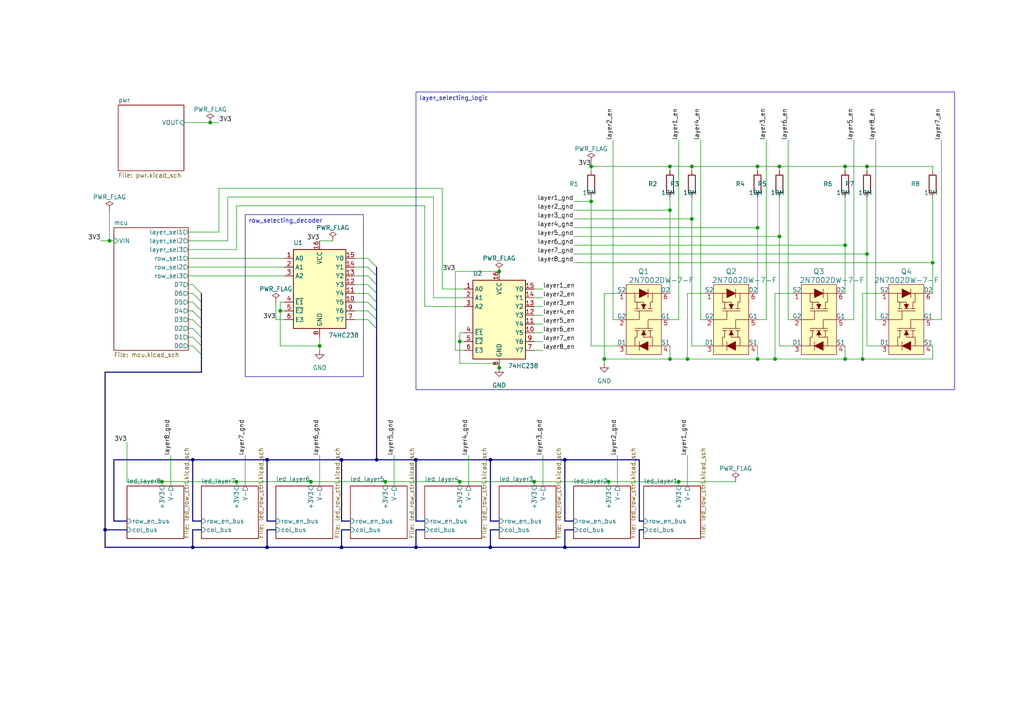
<source format=kicad_sch>
(kicad_sch (version 20230121) (generator eeschema)
  (paper "A4")
  (lib_symbols
    (symbol "74xx:74HC238"
      (property "Reference" "U" (at -7.62 13.97 0))
      (property "Value" "74HC238" (at 2.54 -11.43 0))
      (symbol "74HC238_0_1"
        (rectangle (start -7.62 12.7) (end 7.62 -10.16) (stroke (width 0.254)) (fill (type background)))
      )
      (symbol "74HC238_1_1"
        (pin input line (at -10.16 10.16 0) (length 2.54) (name "A0") (number "1"))
        (pin output line (at 10.16 -2.54 180) (length 2.54) (name "Y5") (number "10"))
        (pin output line (at 10.16 0 180) (length 2.54) (name "Y4") (number "11"))
        (pin output line (at 10.16 2.54 180) (length 2.54) (name "Y3") (number "12"))
        (pin output line (at 10.16 5.08 180) (length 2.54) (name "Y2") (number "13"))
        (pin output line (at 10.16 7.62 180) (length 2.54) (name "Y1") (number "14"))
        (pin output line (at 10.16 10.16 180) (length 2.54) (name "Y0") (number "15"))
        (pin power_in line (at 0 15.24 270) (length 2.54) (name "VCC") (number "16"))
        (pin input line (at -10.16 7.62 0) (length 2.54) (name "A1") (number "2"))
        (pin input line (at -10.16 5.08 0) (length 2.54) (name "A2") (number "3"))
        (pin input line (at -10.16 -2.54 0) (length 2.54) (name "~{E1}") (number "4"))
        (pin input line (at -10.16 -5.08 0) (length 2.54) (name "~{E2}") (number "5"))
        (pin input line (at -10.16 -7.62 0) (length 2.54) (name "E3") (number "6"))
        (pin output line (at 10.16 -7.62 180) (length 2.54) (name "Y7") (number "7"))
        (pin power_in line (at 0 -12.7 90) (length 2.54) (name "GND") (number "8"))
        (pin output line (at 10.16 -5.08 180) (length 2.54) (name "Y6") (number "9"))
      )
    )
    (symbol "Device:R" (pin_numbers hide) (pin_names (offset 0))
      (property "Reference" "R" (at 2.032 0 90))
      (property "Value" "R" (at 0 0 90))
      (symbol "R_0_1"
        (rectangle (start -1.016 -2.54) (end 1.016 2.54) (stroke (width 0.254)))
      )
      (symbol "R_1_1"
        (pin passive line (at 0 3.81 270) (length 1.27) (name "~") (number "1"))
        (pin passive line (at 0 -3.81 90) (length 1.27) (name "~") (number "2"))
      )
    )
    (symbol "dk_Transistors-FETs-MOSFETs-Arrays:2N7002DW-7-F" (pin_names (offset 0))
      (property "Reference" "Q" (at -7.62 10.16 0))
      (property "Value" "2N7002DW-7-F" (at -5.08 -15.24 0))
      (symbol "2N7002DW-7-F_0_1"
        (rectangle (start -5.08 7.62) (end 5.08 -12.7) (fill (type background)))
        (polyline (pts (xy -5.08 -10.16) (xy -1.27 -10.16)))
        (polyline (pts (xy -2.54 0) (xy 2.54 0)))
        (polyline (pts (xy -1.27 -11.43) (xy -1.27 -8.89)))
        (polyline (pts (xy -1.27 -5.715) (xy -2.54 -5.715)))
        (polyline (pts (xy -1.27 0.635) (xy -2.54 0.635)))
        (polyline (pts (xy -1.27 5.08) (xy -5.08 5.08)))
        (polyline (pts (xy -0.635 0.635) (xy 0.635 0.635)))
        (polyline (pts (xy 0.635 -5.715) (xy -0.635 -5.715)))
        (polyline (pts (xy 1.27 -10.16) (xy 5.08 -10.16)))
        (polyline (pts (xy 1.27 -5.715) (xy 2.54 -5.715)))
        (polyline (pts (xy 1.27 0.635) (xy 2.54 0.635)))
        (polyline (pts (xy 1.27 6.35) (xy 1.27 3.81)))
        (polyline (pts (xy 2.54 -5.08) (xy -2.54 -5.08)))
        (polyline (pts (xy 5.08 5.08) (xy 1.27 5.08)))
        (polyline (pts (xy -5.08 -2.54) (xy -1.27 -2.54) (xy -1.27 0)))
        (polyline (pts (xy -1.905 2.54) (xy -2.54 2.54) (xy -2.54 5.08)))
        (polyline (pts (xy 1.905 -7.62) (xy 2.54 -7.62) (xy 2.54 -10.16)))
        (polyline (pts (xy 5.08 -2.54) (xy 1.27 -2.54) (xy 1.27 -5.08)))
        (polyline (pts (xy -1.905 -5.715) (xy -1.905 -7.62) (xy -2.54 -7.62) (xy -2.54 -10.16)))
        (polyline (pts (xy -1.27 6.35) (xy -1.27 3.81) (xy 1.27 5.08) (xy -1.27 6.35)) (fill (type outline)))
        (polyline (pts (xy -0.635 1.905) (xy 0 0.635) (xy 0.635 1.905) (xy -0.635 1.905)) (fill (type outline)))
        (polyline (pts (xy 0 -6.985) (xy 0 -7.62) (xy 1.905 -7.62) (xy 1.905 -5.715)))
        (polyline (pts (xy 0 1.905) (xy 0 2.54) (xy -1.905 2.54) (xy -1.905 0.635)))
        (polyline (pts (xy 0.635 -6.985) (xy 0 -5.715) (xy -0.635 -6.985) (xy 0.635 -6.985)) (fill (type outline)))
        (polyline (pts (xy 1.27 -11.43) (xy 1.27 -8.89) (xy -1.27 -10.16) (xy 1.27 -11.43)) (fill (type outline)))
        (polyline (pts (xy 1.905 0.635) (xy 1.905 2.54) (xy 2.54 2.54) (xy 2.54 5.08)))
      )
      (symbol "2N7002DW-7-F_1_1"
        (pin input line (at -7.62 5.08 0) (length 2.54) (name "S2") (number "1"))
        (pin input line (at -7.62 -2.54 0) (length 2.54) (name "G2") (number "2"))
        (pin output line (at -7.62 -10.16 0) (length 2.54) (name "D1") (number "3"))
        (pin input line (at 7.62 -10.16 180) (length 2.54) (name "S1") (number "4"))
        (pin input line (at 7.62 -2.54 180) (length 2.54) (name "G1") (number "5"))
        (pin output line (at 7.62 5.08 180) (length 2.54) (name "D2") (number "6"))
      )
    )
    (symbol "power:GND" (power) (pin_names (offset 0))
      (property "Value" "GND" (at 0 -3.81 0))
      (symbol "GND_0_1"
        (polyline (pts (xy 0 0) (xy 0 -1.27) (xy 1.27 -1.27) (xy 0 -2.54) (xy -1.27 -1.27) (xy 0 -1.27)))
      )
      (symbol "GND_1_1"
        (pin power_in line (at 0 0 270) (length 0) hide (name "GND") (number "1"))
      )
    )
    (symbol "power:PWR_FLAG" (power) (pin_numbers hide) (pin_names (offset 0) hide)
      (property "Value" "PWR_FLAG" (at 0 3.81 0))
      (symbol "PWR_FLAG_0_0"
        (pin power_out line (at 0 0 90) (length 0) (name "pwr") (number "1"))
      )
      (symbol "PWR_FLAG_0_1"
        (polyline (pts (xy 0 0) (xy 0 1.27) (xy -1.016 1.905) (xy 0 2.54) (xy 1.016 1.905) (xy 0 1.27)))
      )
    )
  )
  (junction (at 92.71 100.33))
  (junction (at 226.06 48.26))
  (junction (at 219.71 104.14))
  (junction (at 163.83 158.75))
  (junction (at 31.75 69.85))
  (junction (at 68.58 139.7))
  (junction (at 245.11 104.14))
  (junction (at 196.85 139.7))
  (junction (at 194.31 60.96))
  (junction (at 224.79 104.14))
  (junction (at 55.88 133.35))
  (junction (at 154.94 139.7))
  (junction (at 144.78 78.74))
  (junction (at 251.46 73.66))
  (junction (at 194.31 104.14))
  (junction (at 60.96 35.56))
  (junction (at 219.71 48.26))
  (junction (at 133.35 99.06))
  (junction (at 90.17 139.7))
  (junction (at 163.83 133.35))
  (junction (at 109.22 133.35))
  (junction (at 142.24 133.35))
  (junction (at 226.06 68.58))
  (junction (at 250.19 104.14))
  (junction (at 120.65 158.75))
  (junction (at 194.31 48.26))
  (junction (at 77.47 158.75))
  (junction (at 175.26 104.14))
  (junction (at 171.45 58.42))
  (junction (at 99.06 158.75))
  (junction (at 46.99 139.7))
  (junction (at 133.35 139.7))
  (junction (at 142.24 158.75))
  (junction (at 219.71 66.04))
  (junction (at 270.51 76.2))
  (junction (at 251.46 48.26))
  (junction (at 111.76 139.7))
  (junction (at 171.45 48.26))
  (junction (at 176.53 139.7))
  (junction (at 77.47 133.35))
  (junction (at 55.88 158.75))
  (junction (at 245.11 71.12))
  (junction (at 120.65 133.35))
  (junction (at 144.78 106.68))
  (junction (at 30.48 153.67))
  (junction (at 81.28 90.17))
  (junction (at 99.06 133.35))
  (junction (at 200.66 63.5))
  (junction (at 245.11 48.26))
  (junction (at 199.39 104.14))
  (junction (at 200.66 48.26))
  (bus_entry (at 106.68 77.47) (size 2.54 2.54))
  (bus_entry (at 55.88 97.79) (size 2.54 2.54))
  (bus_entry (at 55.88 85.09) (size 2.54 2.54))
  (bus_entry (at 55.88 87.63) (size 2.54 2.54))
  (bus_entry (at 55.88 82.55) (size 2.54 2.54))
  (bus_entry (at 55.88 90.17) (size 2.54 2.54))
  (bus_entry (at 55.88 100.33) (size 2.54 2.54))
  (bus_entry (at 106.68 74.93) (size 2.54 2.54))
  (bus_entry (at 55.88 95.25) (size 2.54 2.54))
  (bus_entry (at 106.68 92.71) (size 2.54 2.54))
  (bus_entry (at 106.68 85.09) (size 2.54 2.54))
  (bus_entry (at 106.68 82.55) (size 2.54 2.54))
  (bus_entry (at 55.88 92.71) (size 2.54 2.54))
  (bus_entry (at 106.68 87.63) (size 2.54 2.54))
  (bus_entry (at 106.68 90.17) (size 2.54 2.54))
  (bus_entry (at 106.68 80.01) (size 2.54 2.54))
  (wire (pts (xy 133.35 99.06) (xy 134.62 99.06)))
  (bus (pts (xy 142.24 153.67) (xy 144.78 153.67)))
  (bus (pts (xy 30.48 153.67) (xy 36.83 153.67)))
  (wire (pts (xy 102.87 82.55) (xy 106.68 82.55)))
  (wire (pts (xy 68.58 59.69) (xy 123.19 59.69)))
  (wire (pts (xy 92.71 97.79) (xy 92.71 100.33)))
  (wire (pts (xy 250.19 85.09) (xy 255.27 85.09)))
  (wire (pts (xy 29.21 69.85) (xy 31.75 69.85)))
  (bus (pts (xy 55.88 133.35) (xy 55.88 151.13)))
  (wire (pts (xy 133.35 99.06) (xy 133.35 105.41)))
  (wire (pts (xy 226.06 100.33) (xy 229.87 100.33)))
  (wire (pts (xy 251.46 100.33) (xy 255.27 100.33)))
  (wire (pts (xy 171.45 46.99) (xy 171.45 48.26)))
  (wire (pts (xy 80.01 87.63) (xy 80.01 92.71)))
  (wire (pts (xy 203.2 40.64) (xy 203.2 92.71)))
  (wire (pts (xy 251.46 73.66) (xy 251.46 100.33)))
  (wire (pts (xy 102.87 90.17) (xy 106.68 90.17)))
  (bus (pts (xy 142.24 153.67) (xy 142.24 158.75)))
  (bus (pts (xy 58.42 92.71) (xy 58.42 95.25)))
  (wire (pts (xy 196.85 40.64) (xy 196.85 92.71)))
  (wire (pts (xy 54.61 100.33) (xy 55.88 100.33)))
  (wire (pts (xy 194.31 48.26) (xy 194.31 49.53)))
  (wire (pts (xy 270.51 48.26) (xy 270.51 49.53)))
  (wire (pts (xy 219.71 104.14) (xy 224.79 104.14)))
  (wire (pts (xy 81.28 87.63) (xy 82.55 87.63)))
  (bus (pts (xy 120.65 133.35) (xy 142.24 133.35)))
  (bus (pts (xy 99.06 153.67) (xy 99.06 158.75)))
  (wire (pts (xy 199.39 104.14) (xy 219.71 104.14)))
  (bus (pts (xy 109.22 92.71) (xy 109.22 90.17)))
  (wire (pts (xy 200.66 100.33) (xy 204.47 100.33)))
  (wire (pts (xy 54.61 92.71) (xy 55.88 92.71)))
  (wire (pts (xy 54.61 90.17) (xy 55.88 90.17)))
  (wire (pts (xy 154.94 101.6) (xy 157.48 101.6)))
  (bus (pts (xy 109.22 80.01) (xy 109.22 77.47)))
  (wire (pts (xy 114.3 132.08) (xy 114.3 140.97)))
  (wire (pts (xy 90.17 139.7) (xy 111.76 139.7)))
  (bus (pts (xy 55.88 151.13) (xy 58.42 151.13)))
  (wire (pts (xy 222.25 40.64) (xy 222.25 92.71)))
  (bus (pts (xy 163.83 133.35) (xy 163.83 151.13)))
  (bus (pts (xy 33.02 133.35) (xy 33.02 151.13)))
  (wire (pts (xy 219.71 57.15) (xy 219.71 66.04)))
  (wire (pts (xy 219.71 48.26) (xy 226.06 48.26)))
  (bus (pts (xy 185.42 153.67) (xy 185.42 158.75)))
  (wire (pts (xy 60.96 35.56) (xy 63.5 35.56)))
  (wire (pts (xy 200.66 48.26) (xy 219.71 48.26)))
  (wire (pts (xy 166.37 63.5) (xy 200.66 63.5)))
  (wire (pts (xy 176.53 139.7) (xy 196.85 139.7)))
  (wire (pts (xy 255.27 92.71) (xy 254 92.71)))
  (wire (pts (xy 251.46 48.26) (xy 270.51 48.26)))
  (wire (pts (xy 200.66 63.5) (xy 200.66 100.33)))
  (wire (pts (xy 132.08 101.6) (xy 134.62 101.6)))
  (wire (pts (xy 81.28 90.17) (xy 82.55 90.17)))
  (bus (pts (xy 58.42 100.33) (xy 58.42 102.87)))
  (wire (pts (xy 81.28 100.33) (xy 92.71 100.33)))
  (wire (pts (xy 154.94 83.82) (xy 157.48 83.82)))
  (wire (pts (xy 128.27 54.61) (xy 128.27 83.82)))
  (wire (pts (xy 247.65 40.64) (xy 247.65 92.71)))
  (wire (pts (xy 273.05 40.64) (xy 273.05 92.71)))
  (bus (pts (xy 120.65 153.67) (xy 123.19 153.67)))
  (wire (pts (xy 200.66 48.26) (xy 200.66 49.53)))
  (wire (pts (xy 68.58 139.7) (xy 90.17 139.7)))
  (bus (pts (xy 120.65 158.75) (xy 142.24 158.75)))
  (bus (pts (xy 58.42 87.63) (xy 58.42 90.17)))
  (wire (pts (xy 54.61 80.01) (xy 82.55 80.01)))
  (wire (pts (xy 171.45 48.26) (xy 194.31 48.26)))
  (wire (pts (xy 157.48 132.08) (xy 157.48 140.97)))
  (wire (pts (xy 92.71 100.33) (xy 92.71 101.6)))
  (wire (pts (xy 134.62 96.52) (xy 133.35 96.52)))
  (bus (pts (xy 185.42 133.35) (xy 185.42 151.13)))
  (wire (pts (xy 177.8 40.64) (xy 177.8 92.71)))
  (wire (pts (xy 166.37 58.42) (xy 171.45 58.42)))
  (wire (pts (xy 166.37 76.2) (xy 270.51 76.2)))
  (bus (pts (xy 55.88 158.75) (xy 55.88 153.67)))
  (bus (pts (xy 142.24 158.75) (xy 163.83 158.75)))
  (wire (pts (xy 102.87 87.63) (xy 106.68 87.63)))
  (wire (pts (xy 125.73 57.15) (xy 125.73 86.36)))
  (wire (pts (xy 102.87 80.01) (xy 106.68 80.01)))
  (wire (pts (xy 54.61 69.85) (xy 66.04 69.85)))
  (wire (pts (xy 54.61 97.79) (xy 55.88 97.79)))
  (bus (pts (xy 185.42 153.67) (xy 186.69 153.67)))
  (bus (pts (xy 30.48 107.95) (xy 30.48 153.67)))
  (wire (pts (xy 245.11 104.14) (xy 250.19 104.14)))
  (bus (pts (xy 109.22 90.17) (xy 109.22 87.63)))
  (wire (pts (xy 226.06 48.26) (xy 226.06 49.53)))
  (wire (pts (xy 54.61 67.31) (xy 63.5 67.31)))
  (wire (pts (xy 54.61 72.39) (xy 68.58 72.39)))
  (wire (pts (xy 219.71 48.26) (xy 219.71 49.53)))
  (bus (pts (xy 99.06 133.35) (xy 109.22 133.35)))
  (bus (pts (xy 120.65 151.13) (xy 123.19 151.13)))
  (wire (pts (xy 96.52 69.85) (xy 92.71 69.85)))
  (bus (pts (xy 163.83 153.67) (xy 163.83 158.75)))
  (wire (pts (xy 31.75 69.85) (xy 33.02 69.85)))
  (wire (pts (xy 199.39 132.08) (xy 199.39 140.97)))
  (bus (pts (xy 163.83 153.67) (xy 166.37 153.67)))
  (wire (pts (xy 171.45 58.42) (xy 171.45 100.33)))
  (wire (pts (xy 80.01 92.71) (xy 82.55 92.71)))
  (wire (pts (xy 81.28 90.17) (xy 81.28 87.63)))
  (wire (pts (xy 194.31 104.14) (xy 199.39 104.14)))
  (wire (pts (xy 68.58 72.39) (xy 68.58 59.69)))
  (wire (pts (xy 133.35 96.52) (xy 133.35 99.06)))
  (bus (pts (xy 109.22 95.25) (xy 109.22 92.71)))
  (bus (pts (xy 58.42 90.17) (xy 58.42 92.71)))
  (wire (pts (xy 49.53 140.97) (xy 49.53 132.08)))
  (bus (pts (xy 30.48 158.75) (xy 55.88 158.75)))
  (wire (pts (xy 251.46 48.26) (xy 251.46 49.53)))
  (bus (pts (xy 77.47 133.35) (xy 55.88 133.35)))
  (wire (pts (xy 46.99 139.7) (xy 46.99 140.97)))
  (wire (pts (xy 194.31 57.15) (xy 194.31 60.96)))
  (bus (pts (xy 109.22 133.35) (xy 120.65 133.35)))
  (bus (pts (xy 55.88 153.67) (xy 58.42 153.67)))
  (wire (pts (xy 224.79 104.14) (xy 245.11 104.14)))
  (wire (pts (xy 200.66 57.15) (xy 200.66 63.5)))
  (wire (pts (xy 270.51 57.15) (xy 270.51 76.2)))
  (wire (pts (xy 111.76 139.7) (xy 133.35 139.7)))
  (wire (pts (xy 144.78 105.41) (xy 133.35 105.41)))
  (bus (pts (xy 58.42 85.09) (xy 58.42 87.63)))
  (wire (pts (xy 54.61 77.47) (xy 82.55 77.47)))
  (bus (pts (xy 99.06 151.13) (xy 101.6 151.13)))
  (wire (pts (xy 204.47 85.09) (xy 199.39 85.09)))
  (wire (pts (xy 196.85 139.7) (xy 213.36 139.7)))
  (wire (pts (xy 245.11 100.33) (xy 245.11 104.14)))
  (wire (pts (xy 245.11 48.26) (xy 251.46 48.26)))
  (wire (pts (xy 219.71 66.04) (xy 219.71 85.09)))
  (wire (pts (xy 224.79 85.09) (xy 224.79 104.14)))
  (wire (pts (xy 171.45 57.15) (xy 171.45 58.42)))
  (wire (pts (xy 128.27 83.82) (xy 134.62 83.82)))
  (wire (pts (xy 154.94 99.06) (xy 157.48 99.06)))
  (wire (pts (xy 177.8 92.71) (xy 179.07 92.71)))
  (wire (pts (xy 176.53 139.7) (xy 176.53 140.97)))
  (wire (pts (xy 154.94 93.98) (xy 157.48 93.98)))
  (wire (pts (xy 54.61 95.25) (xy 55.88 95.25)))
  (wire (pts (xy 171.45 48.26) (xy 171.45 49.53)))
  (bus (pts (xy 163.83 158.75) (xy 185.42 158.75)))
  (bus (pts (xy 77.47 133.35) (xy 77.47 151.13)))
  (bus (pts (xy 142.24 151.13) (xy 144.78 151.13)))
  (wire (pts (xy 90.17 139.7) (xy 90.17 140.97)))
  (wire (pts (xy 53.34 35.56) (xy 60.96 35.56)))
  (wire (pts (xy 228.6 40.64) (xy 228.6 92.71)))
  (bus (pts (xy 120.65 133.35) (xy 120.65 151.13)))
  (wire (pts (xy 251.46 57.15) (xy 251.46 73.66)))
  (wire (pts (xy 270.51 76.2) (xy 270.51 85.09)))
  (bus (pts (xy 185.42 151.13) (xy 186.69 151.13)))
  (bus (pts (xy 99.06 133.35) (xy 99.06 151.13)))
  (wire (pts (xy 175.26 85.09) (xy 179.07 85.09)))
  (wire (pts (xy 226.06 57.15) (xy 226.06 68.58)))
  (wire (pts (xy 219.71 92.71) (xy 222.25 92.71)))
  (bus (pts (xy 142.24 133.35) (xy 142.24 151.13)))
  (wire (pts (xy 194.31 60.96) (xy 194.31 85.09)))
  (wire (pts (xy 166.37 73.66) (xy 251.46 73.66)))
  (wire (pts (xy 102.87 85.09) (xy 106.68 85.09)))
  (bus (pts (xy 77.47 158.75) (xy 99.06 158.75)))
  (wire (pts (xy 166.37 68.58) (xy 226.06 68.58)))
  (bus (pts (xy 55.88 133.35) (xy 33.02 133.35)))
  (wire (pts (xy 123.19 59.69) (xy 123.19 88.9)))
  (bus (pts (xy 77.47 153.67) (xy 80.01 153.67)))
  (wire (pts (xy 31.75 60.96) (xy 31.75 69.85)))
  (wire (pts (xy 133.35 139.7) (xy 133.35 140.97)))
  (wire (pts (xy 219.71 100.33) (xy 219.71 104.14)))
  (bus (pts (xy 109.22 87.63) (xy 109.22 85.09)))
  (bus (pts (xy 109.22 95.25) (xy 109.22 133.35)))
  (wire (pts (xy 123.19 88.9) (xy 134.62 88.9)))
  (wire (pts (xy 245.11 71.12) (xy 245.11 85.09)))
  (wire (pts (xy 175.26 85.09) (xy 175.26 104.14)))
  (wire (pts (xy 175.26 104.14) (xy 194.31 104.14)))
  (wire (pts (xy 135.89 132.08) (xy 135.89 140.97)))
  (bus (pts (xy 77.47 153.67) (xy 77.47 158.75)))
  (wire (pts (xy 245.11 57.15) (xy 245.11 71.12)))
  (wire (pts (xy 199.39 85.09) (xy 199.39 104.14)))
  (wire (pts (xy 194.31 100.33) (xy 194.31 104.14)))
  (bus (pts (xy 163.83 151.13) (xy 166.37 151.13)))
  (wire (pts (xy 179.07 100.33) (xy 171.45 100.33)))
  (bus (pts (xy 77.47 151.13) (xy 80.01 151.13)))
  (wire (pts (xy 63.5 67.31) (xy 63.5 54.61)))
  (wire (pts (xy 154.94 139.7) (xy 154.94 140.97)))
  (bus (pts (xy 33.02 151.13) (xy 36.83 151.13)))
  (wire (pts (xy 254 40.64) (xy 254 92.71)))
  (wire (pts (xy 132.08 78.74) (xy 144.78 78.74)))
  (wire (pts (xy 229.87 85.09) (xy 224.79 85.09)))
  (wire (pts (xy 102.87 77.47) (xy 106.68 77.47)))
  (wire (pts (xy 166.37 66.04) (xy 219.71 66.04)))
  (wire (pts (xy 226.06 68.58) (xy 226.06 100.33)))
  (wire (pts (xy 175.26 105.41) (xy 175.26 104.14)))
  (wire (pts (xy 125.73 86.36) (xy 134.62 86.36)))
  (wire (pts (xy 194.31 48.26) (xy 200.66 48.26)))
  (bus (pts (xy 58.42 107.95) (xy 30.48 107.95)))
  (bus (pts (xy 99.06 133.35) (xy 77.47 133.35)))
  (wire (pts (xy 229.87 92.71) (xy 228.6 92.71)))
  (wire (pts (xy 270.51 100.33) (xy 270.51 104.14)))
  (wire (pts (xy 179.07 132.08) (xy 179.07 140.97)))
  (wire (pts (xy 194.31 92.71) (xy 196.85 92.71)))
  (wire (pts (xy 54.61 87.63) (xy 55.88 87.63)))
  (wire (pts (xy 81.28 90.17) (xy 81.28 100.33)))
  (wire (pts (xy 36.83 139.7) (xy 46.99 139.7)))
  (wire (pts (xy 144.78 105.41) (xy 144.78 106.68)))
  (wire (pts (xy 71.12 132.08) (xy 71.12 140.97)))
  (bus (pts (xy 99.06 158.75) (xy 120.65 158.75)))
  (wire (pts (xy 154.94 86.36) (xy 157.48 86.36)))
  (bus (pts (xy 30.48 153.67) (xy 30.48 158.75)))
  (wire (pts (xy 132.08 101.6) (xy 132.08 78.74)))
  (bus (pts (xy 120.65 153.67) (xy 120.65 158.75)))
  (bus (pts (xy 142.24 133.35) (xy 163.83 133.35)))
  (wire (pts (xy 102.87 92.71) (xy 106.68 92.71)))
  (wire (pts (xy 270.51 92.71) (xy 273.05 92.71)))
  (wire (pts (xy 154.94 91.44) (xy 157.48 91.44)))
  (wire (pts (xy 111.76 139.7) (xy 111.76 140.97)))
  (wire (pts (xy 54.61 82.55) (xy 55.88 82.55)))
  (wire (pts (xy 36.83 128.27) (xy 36.83 139.7)))
  (bus (pts (xy 58.42 102.87) (xy 58.42 107.95)))
  (wire (pts (xy 66.04 69.85) (xy 66.04 57.15)))
  (bus (pts (xy 58.42 95.25) (xy 58.42 97.79)))
  (bus (pts (xy 163.83 133.35) (xy 185.42 133.35)))
  (wire (pts (xy 245.11 48.26) (xy 245.11 49.53)))
  (wire (pts (xy 92.71 132.08) (xy 92.71 140.97)))
  (wire (pts (xy 196.85 139.7) (xy 196.85 140.97)))
  (wire (pts (xy 245.11 92.71) (xy 247.65 92.71)))
  (wire (pts (xy 63.5 54.61) (xy 128.27 54.61)))
  (wire (pts (xy 166.37 71.12) (xy 245.11 71.12)))
  (wire (pts (xy 66.04 57.15) (xy 125.73 57.15)))
  (wire (pts (xy 226.06 48.26) (xy 245.11 48.26)))
  (bus (pts (xy 99.06 153.67) (xy 101.6 153.67)))
  (bus (pts (xy 55.88 158.75) (xy 77.47 158.75)))
  (wire (pts (xy 68.58 139.7) (xy 68.58 140.97)))
  (wire (pts (xy 154.94 88.9) (xy 157.48 88.9)))
  (wire (pts (xy 250.19 104.14) (xy 270.51 104.14)))
  (wire (pts (xy 154.94 139.7) (xy 176.53 139.7)))
  (wire (pts (xy 46.99 139.7) (xy 68.58 139.7)))
  (wire (pts (xy 203.2 92.71) (xy 204.47 92.71)))
  (wire (pts (xy 166.37 60.96) (xy 194.31 60.96)))
  (wire (pts (xy 133.35 139.7) (xy 154.94 139.7)))
  (wire (pts (xy 54.61 74.93) (xy 82.55 74.93)))
  (wire (pts (xy 54.61 85.09) (xy 55.88 85.09)))
  (wire (pts (xy 154.94 96.52) (xy 157.48 96.52)))
  (bus (pts (xy 109.22 82.55) (xy 109.22 80.01)))
  (wire (pts (xy 250.19 85.09) (xy 250.19 104.14)))
  (bus (pts (xy 58.42 97.79) (xy 58.42 100.33)))
  (wire (pts (xy 102.87 74.93) (xy 106.68 74.93)))
  (bus (pts (xy 109.22 82.55) (xy 109.22 85.09)))
  (text_box "row_selecting_decoder\n" (at 71.12 62.23 0) (size 34.29 46.99) (effects (font (size 1.27 1.27)) (justify left top)))
  (text_box "layer_selecting_logic\n\n" (at 120.65 26.67 0) (size 156.21 86.36) (effects (font (size 1.27 1.27)) (justify left top)))
  (label "layer4_en" (at 203.2 40.64 90))
  (label "layer2_en" (at 177.8 40.64 90))
  (label "3V3" (at 63.5 35.56 0))
  (label "layer1_en" (at 196.85 40.64 90))
  (label "layer6_en" (at 228.6 40.64 90))
  (label "layer3_gnd" (at 157.48 132.08 90))
  (label "layer5_gnd" (at 166.37 68.58 180))
  (label "layer7_gnd" (at 166.37 73.66 180))
  (label "layer1_en" (at 157.48 83.82 0))
  (label "layer5_gnd" (at 114.3 132.08 90))
  (label "layer3_gnd" (at 166.37 63.5 180))
  (label "layer2_gnd" (at 166.37 60.96 180))
  (label "layer7_en" (at 157.48 99.06 0))
  (label "layer2_gnd" (at 179.07 132.08 90))
  (label "3V3" (at 92.71 69.85 180))
  (label "layer7_en" (at 273.05 40.64 90))
  (label "3V3" (at 80.01 92.71 180))
  (label "layer3_en" (at 222.25 40.64 90))
  (label "layer7_gnd" (at 71.12 132.08 90))
  (label "layer3_en" (at 157.48 88.9 0))
  (label "3V3" (at 29.21 69.85 180))
  (label "layer2_en" (at 157.48 86.36 0))
  (label "3V3" (at 36.83 128.27 180))
  (label "layer4_gnd" (at 166.37 66.04 180))
  (label "layer6_en" (at 157.48 96.52 0))
  (label "layer8_gnd" (at 166.37 76.2 180))
  (label "layer4_gnd" (at 135.89 132.08 90))
  (label "layer5_en" (at 157.48 93.98 0))
  (label "layer8_gnd" (at 49.53 132.08 90))
  (label "layer1_gnd" (at 199.39 132.08 90))
  (label "layer8_en" (at 157.48 101.6 0))
  (label "layer6_gnd" (at 92.71 132.08 90))
  (label "3V3" (at 132.08 78.74 180))
  (label "3V3" (at 171.45 48.26 180))
  (label "layer1_gnd" (at 166.37 58.42 180))
  (label "layer5_en" (at 247.65 40.64 90))
  (label "layer8_en" (at 254 40.64 90))
  (label "layer6_gnd" (at 166.37 71.12 180))
  (label "layer4_en" (at 157.48 91.44 0))
  (symbol (lib_id "Device:R") (at 200.66 53.34 0) (unit 1)
    (property "Reference" "R3" (at 194.31 53.34 0) (effects (justify left)))
    (property "Value" "10M" (at 198.12 55.88 0) (effects (justify left)))
  )
  (symbol (lib_id "Device:R") (at 226.06 53.34 0) (unit 1)
    (property "Reference" "R5" (at 219.71 53.34 0) (effects (justify left)))
    (property "Value" "10M" (at 223.52 55.88 0) (effects (justify left)))
  )
  (symbol (lib_id "Device:R") (at 251.46 53.34 0) (unit 1)
    (property "Reference" "R7" (at 245.11 53.34 0) (effects (justify left)))
    (property "Value" "10M" (at 248.92 55.88 0) (effects (justify left)))
  )
  (symbol (lib_id "power:PWR_FLAG") (at 171.45 46.99 0) (unit 1)
    (property "Reference" "#FLG06" (effects hide))
    (property "Value" "PWR_FLAG" (at 171.45 43.18 0))
  )
  (symbol (lib_id "power:PWR_FLAG") (at 144.78 78.74 0) (unit 1)
    (property "Reference" "#FLG05" (effects hide))
    (property "Value" "PWR_FLAG" (at 144.78 74.93 0))
  )
  (symbol (lib_id "Device:R") (at 245.11 53.34 0) (unit 1)
    (property "Reference" "R6" (at 238.76 53.34 0) (effects (justify left)))
    (property "Value" "10M" (at 242.57 55.88 0) (effects (justify left)))
  )
  (symbol (lib_id "dk_Transistors-FETs-MOSFETs-Arrays:2N7002DW-7-F") (at 262.89 90.17 0) (unit 1)
    (property "Reference" "Q4" (at 262.89 78.74 0) (effects (font (size 1.524 1.524))))
    (property "Value" "2N7002DW-7-F" (at 262.89 81.28 0) (effects (font (size 1.524 1.524))))
    (property "Footprint" "digikey-footprints:SOT-363" (effects hide))
    (property "Datasheet" "https://www.diodes.com/assets/Datasheets/ds30120.pdf" (effects hide))
    (property "Digi-Key_PN" "2N7002DW-FDICT-ND" (effects hide))
    (property "MPN" "2N7002DW-7-F" (effects hide))
    (property "Category" "Discrete Semiconductor Products" (effects hide))
    (property "Family" "Transistors - FETs, MOSFETs - Arrays" (effects hide))
    (property "DK_Datasheet_Link" "https://www.diodes.com/assets/Datasheets/ds30120.pdf" (effects hide))
    (property "DK_Detail_Page" "/product-detail/en/diodes-incorporated/2N7002DW-7-F/2N7002DW-FDICT-ND/750003" (effects hide))
    (property "Description" "MOSFET 2N-CH 60V 0.23A SOT-363" (effects hide))
    (property "Manufacturer" "Diodes Incorporated" (effects hide))
    (property "Status" "Active" (effects hide))
  )
  (symbol (lib_id "power:GND") (at 144.78 106.68 0) (unit 1)
    (property "Reference" "#PWR02" (effects hide))
    (property "Value" "GND" (at 144.78 111.76 0))
  )
  (symbol (lib_id "Device:R") (at 171.45 53.34 0) (unit 1)
    (property "Reference" "R1" (at 165.1 53.34 0) (effects (justify left)))
    (property "Value" "10M" (at 168.91 55.88 0) (effects (justify left)))
  )
  (symbol (lib_id "power:GND") (at 175.26 105.41 0) (unit 1)
    (property "Reference" "#PWR03" (effects hide))
    (property "Value" "GND" (at 175.26 110.49 0))
  )
  (symbol (lib_id "Device:R") (at 270.51 53.34 0) (unit 1)
    (property "Reference" "R8" (at 264.16 53.34 0) (effects (justify left)))
    (property "Value" "10M" (at 267.97 55.88 0) (effects (justify left)))
  )
  (symbol (lib_id "Device:R") (at 194.31 53.34 0) (unit 1)
    (property "Reference" "R2" (at 187.96 53.34 0) (effects (justify left)))
    (property "Value" "10M" (at 191.77 55.88 0) (effects (justify left)))
  )
  (symbol (lib_id "Device:R") (at 219.71 53.34 0) (unit 1)
    (property "Reference" "R4" (at 213.36 53.34 0) (effects (justify left)))
    (property "Value" "10M" (at 217.17 55.88 0) (effects (justify left)))
  )
  (symbol (lib_id "74xx:74HC238") (at 92.71 85.09 0) (unit 1)
    (property "Reference" "U1" (at 85.09 71.12 0) (effects (justify left bottom)))
    (property "Value" "74HC238" (at 95.25 96.52 0) (effects (justify left top)))
    (property "Datasheet" "https://www.ti.com/lit/ds/symlink/cd74hc238.pdf" (effects hide))
  )
  (symbol (lib_id "74xx:74HC238") (at 144.78 93.98 0) (unit 1)
    (property "Reference" "U2" (at 137.16 80.01 0) (effects (justify left bottom)))
    (property "Value" "74HC238" (at 147.32 105.41 0) (effects (justify left top)))
    (property "Datasheet" "https://www.ti.com/lit/ds/symlink/cd74hc238.pdf" (effects hide))
  )
  (symbol (lib_id "power:GND") (at 92.71 101.6 0) (unit 1)
    (property "Reference" "#PWR01" (effects hide))
    (property "Value" "GND" (at 92.71 106.68 0))
  )
  (symbol (lib_id "dk_Transistors-FETs-MOSFETs-Arrays:2N7002DW-7-F") (at 212.09 90.17 0) (unit 1)
    (property "Reference" "Q2" (at 212.09 78.74 0) (effects (font (size 1.524 1.524))))
    (property "Value" "2N7002DW-7-F" (at 215.9 81.28 0) (effects (font (size 1.524 1.524))))
    (property "Footprint" "digikey-footprints:SOT-363" (effects hide))
    (property "Datasheet" "https://www.diodes.com/assets/Datasheets/ds30120.pdf" (effects hide))
    (property "Digi-Key_PN" "2N7002DW-FDICT-ND" (effects hide))
    (property "MPN" "2N7002DW-7-F" (effects hide))
    (property "Category" "Discrete Semiconductor Products" (effects hide))
    (property "Family" "Transistors - FETs, MOSFETs - Arrays" (effects hide))
    (property "DK_Datasheet_Link" "https://www.diodes.com/assets/Datasheets/ds30120.pdf" (effects hide))
    (property "DK_Detail_Page" "/product-detail/en/diodes-incorporated/2N7002DW-7-F/2N7002DW-FDICT-ND/750003" (effects hide))
    (property "Description" "MOSFET 2N-CH 60V 0.23A SOT-363" (effects hide))
    (property "Manufacturer" "Diodes Incorporated" (effects hide))
    (property "Status" "Active" (effects hide))
  )
  (symbol (lib_id "dk_Transistors-FETs-MOSFETs-Arrays:2N7002DW-7-F") (at 237.49 90.17 0) (unit 1)
    (property "Reference" "Q3" (at 237.49 78.74 0) (effects (font (size 1.524 1.524))))
    (property "Value" "2N7002DW-7-F" (at 241.3 81.28 0) (effects (font (size 1.524 1.524))))
    (property "Footprint" "digikey-footprints:SOT-363" (effects hide))
    (property "Datasheet" "https://www.diodes.com/assets/Datasheets/ds30120.pdf" (effects hide))
    (property "Digi-Key_PN" "2N7002DW-FDICT-ND" (effects hide))
    (property "MPN" "2N7002DW-7-F" (effects hide))
    (property "Category" "Discrete Semiconductor Products" (effects hide))
    (property "Family" "Transistors - FETs, MOSFETs - Arrays" (effects hide))
    (property "DK_Datasheet_Link" "https://www.diodes.com/assets/Datasheets/ds30120.pdf" (effects hide))
    (property "DK_Detail_Page" "/product-detail/en/diodes-incorporated/2N7002DW-7-F/2N7002DW-FDICT-ND/750003" (effects hide))
    (property "Description" "MOSFET 2N-CH 60V 0.23A SOT-363" (effects hide))
    (property "Manufacturer" "Diodes Incorporated" (effects hide))
    (property "Status" "Active" (effects hide))
  )
  (symbol (lib_id "dk_Transistors-FETs-MOSFETs-Arrays:2N7002DW-7-F") (at 186.69 90.17 0) (unit 1)
    (property "Reference" "Q1" (at 186.69 78.74 0) (effects (font (size 1.524 1.524))))
    (property "Value" "2N7002DW-7-F" (at 191.77 81.28 0) (effects (font (size 1.524 1.524))))
    (property "Footprint" "digikey-footprints:SOT-363" (effects hide))
    (property "Datasheet" "https://www.diodes.com/assets/Datasheets/ds30120.pdf" (effects hide))
    (property "Digi-Key_PN" "2N7002DW-FDICT-ND" (effects hide))
    (property "MPN" "2N7002DW-7-F" (effects hide))
    (property "Category" "Discrete Semiconductor Products" (effects hide))
    (property "Family" "Transistors - FETs, MOSFETs - Arrays" (effects hide))
    (property "DK_Datasheet_Link" "https://www.diodes.com/assets/Datasheets/ds30120.pdf" (effects hide))
    (property "DK_Detail_Page" "/product-detail/en/diodes-incorporated/2N7002DW-7-F/2N7002DW-FDICT-ND/750003" (effects hide))
    (property "Description" "MOSFET 2N-CH 60V 0.23A SOT-363" (effects hide))
    (property "Manufacturer" "Diodes Incorporated" (effects hide))
    (property "Status" "Active" (effects hide))
  )
  (symbol (lib_id "power:PWR_FLAG") (at 80.01 87.63 0) (unit 1)
    (property "Reference" "#FLG03" (effects hide))
    (property "Value" "PWR_FLAG" (at 80.01 83.82 0))
  )
  (symbol (lib_id "power:PWR_FLAG") (at 213.36 139.7 0) (unit 1)
    (property "Reference" "#FLG07" (effects hide))
    (property "Value" "PWR_FLAG" (at 213.36 135.89 0))
  )
  (symbol (lib_id "power:PWR_FLAG") (at 96.52 69.85 0) (unit 1)
    (property "Reference" "#FLG04" (effects hide))
    (property "Value" "PWR_FLAG" (at 96.52 66.04 0))
  )
  (symbol (lib_id "power:PWR_FLAG") (at 60.96 35.56 0) (unit 1)
    (property "Reference" "#FLG02" (effects hide))
    (property "Value" "PWR_FLAG" (at 60.96 31.75 0))
  )
  (symbol (lib_id "power:PWR_FLAG") (at 31.75 60.96 0) (unit 1)
    (property "Reference" "#FLG01" (effects hide))
    (property "Value" "PWR_FLAG" (at 31.75 57.15 0))
  )
  (sheet (at 123.19 140.97) (size 16.51 15.24) (stroke (width 0.1524))
    (property "Sheetname" "led_layer4" (at 123.19 139.7 0) (effects (justify left bottom)))
    (property "Sheetfile" "led_row_ctrl.kicad_sch" (at 139.7 156.21 90) (effects (justify left top)))
    (pin "+3V3" input (at 133.35 140.97 90))
    (pin "col_bus" input (at 123.19 153.67 180))
    (pin "row_en_bus" input (at 123.19 151.13 180))
    (pin "V-" output (at 135.89 140.97 90))
  )
  (sheet (at 58.42 140.97) (size 16.51 15.24) (stroke (width 0.1524))
    (property "Sheetname" "led_layer7" (at 58.42 140.2584 0) (effects (justify left bottom)))
    (property "Sheetfile" "led_row_ctrl.kicad_sch" (at 74.93 156.21 90) (effects (justify left top)))
    (pin "+3V3" input (at 68.58 140.97 90))
    (pin "col_bus" input (at 58.42 153.67 180))
    (pin "row_en_bus" input (at 58.42 151.13 180))
    (pin "V-" output (at 71.12 140.97 90))
  )
  (sheet (at 101.6 140.97) (size 16.51 15.24) (stroke (width 0.1524))
    (property "Sheetname" "led_layer5" (at 101.6 139.7 0) (effects (justify left bottom)))
    (property "Sheetfile" "led_row_ctrl.kicad_sch" (at 118.6946 156.21 90) (effects (justify left top)))
    (pin "+3V3" input (at 111.76 140.97 90))
    (pin "col_bus" input (at 101.6 153.67 180))
    (pin "row_en_bus" input (at 101.6 151.13 180))
    (pin "V-" output (at 114.3 140.97 90))
  )
  (sheet (at 80.01 140.97) (size 16.51 15.24) (stroke (width 0.1524))
    (property "Sheetname" "led_layer6" (at 80.01 139.7 0) (effects (justify left bottom)))
    (property "Sheetfile" "led_row_ctrl.kicad_sch" (at 97.1046 156.21 90) (effects (justify left top)))
    (pin "+3V3" input (at 90.17 140.97 90))
    (pin "col_bus" input (at 80.01 153.67 180))
    (pin "row_en_bus" input (at 80.01 151.13 180))
    (pin "V-" output (at 92.71 140.97 90))
  )
  (sheet (at 144.78 140.97) (size 16.51 15.24) (stroke (width 0.1524))
    (property "Sheetname" "led_layer3" (at 144.78 139.7 0) (effects (justify left bottom)))
    (property "Sheetfile" "led_row_ctrl.kicad_sch" (at 161.29 156.21 90) (effects (justify left top)))
    (pin "+3V3" input (at 154.94 140.97 90))
    (pin "col_bus" input (at 144.78 153.67 180))
    (pin "row_en_bus" input (at 144.78 151.13 180))
    (pin "V-" output (at 157.48 140.97 90))
  )
  (sheet (at 33.02 66.04) (size 21.59 35.56) (stroke (width 0.1524))
    (property "Sheetname" "mcu" (at 33.02 65.3284 0) (effects (justify left bottom)))
    (property "Sheetfile" "mcu.kicad_sch" (at 33.02 102.1846 0) (effects (justify left top)))
    (pin "layer_sel2" output (at 54.61 69.85 0))
    (pin "layer_sel1" output (at 54.61 67.31 0))
    (pin "layer_sel3" output (at 54.61 72.39 0))
    (pin "row_sel1" output (at 54.61 74.93 0))
    (pin "VIN" input (at 33.02 69.85 180))
    (pin "row_sel2" output (at 54.61 77.47 0))
    (pin "row_sel3" output (at 54.61 80.01 0))
    (pin "D5" output (at 54.61 87.63 0))
    (pin "D4" output (at 54.61 90.17 0))
    (pin "D3" output (at 54.61 92.71 0))
    (pin "D2" output (at 54.61 95.25 0))
    (pin "D1" output (at 54.61 97.79 0))
    (pin "D7" output (at 54.61 82.55 0))
    (pin "D6" output (at 54.61 85.09 0))
    (pin "D0" output (at 54.61 100.33 0))
  )
  (sheet (at 166.37 140.97) (size 16.51 15.24) (stroke (width 0.1524))
    (property "Sheetname" "led_layer2" (at 166.37 140.2584 0) (effects (justify left bottom)))
    (property "Sheetfile" "led_row_ctrl.kicad_sch" (at 182.88 156.21 90) (effects (justify left top)))
    (pin "+3V3" input (at 176.53 140.97 90))
    (pin "col_bus" input (at 166.37 153.67 180))
    (pin "row_en_bus" input (at 166.37 151.13 180))
    (pin "V-" output (at 179.07 140.97 90))
  )
  (sheet (at 36.83 140.97) (size 16.51 15.24) (stroke (width 0.1524))
    (property "Sheetname" "led_layer8" (at 36.83 140.2584 0) (effects (justify left bottom)))
    (property "Sheetfile" "led_row_ctrl.kicad_sch" (at 53.34 156.21 90) (effects (justify left top)))
    (pin "+3V3" input (at 46.99 140.97 90))
    (pin "col_bus" input (at 36.83 153.67 180))
    (pin "row_en_bus" input (at 36.83 151.13 180))
    (pin "V-" output (at 49.53 140.97 90))
  )
  (sheet (at 186.69 140.97) (size 16.51 15.24) (stroke (width 0.1524))
    (property "Sheetname" "led_layer1" (at 186.69 140.2584 0) (effects (justify left bottom)))
    (property "Sheetfile" "led_row_ctrl.kicad_sch" (at 203.2 156.21 90) (effects (justify left top)))
    (pin "+3V3" input (at 196.85 140.97 90))
    (pin "col_bus" input (at 186.69 153.67 180))
    (pin "row_en_bus" input (at 186.69 151.13 180))
    (pin "V-" output (at 199.39 140.97 90))
  )
  (sheet (at 34.29 30.48) (size 19.05 19.05) (stroke (width 0.1524))
    (property "Sheetname" "pwr" (at 34.29 29.7684 0) (effects (justify left bottom)))
    (property "Sheetfile" "pwr.kicad_sch" (at 34.29 50.1146 0) (effects (justify left top)))
    (pin "VOUT" input (at 53.34 35.56 0))
  )
)
</source>
